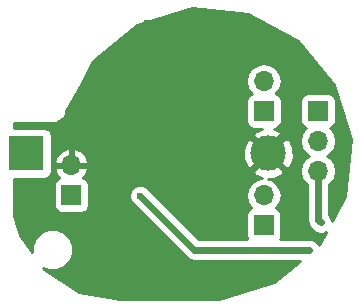
<source format=gbr>
G04 #@! TF.FileFunction,Copper,L2,Bot,Signal*
%FSLAX46Y46*%
G04 Gerber Fmt 4.6, Leading zero omitted, Abs format (unit mm)*
G04 Created by KiCad (PCBNEW 4.0.1-stable) date 2019/04/06 0:17:03*
%MOMM*%
G01*
G04 APERTURE LIST*
%ADD10C,0.100000*%
%ADD11R,1.700000X1.700000*%
%ADD12O,1.700000X1.700000*%
%ADD13C,3.000000*%
%ADD14R,3.000000X3.000000*%
%ADD15C,0.600000*%
%ADD16C,0.600000*%
%ADD17C,0.254000*%
G04 APERTURE END LIST*
D10*
D11*
X173200000Y-101400000D03*
D12*
X173200000Y-103940000D03*
X173200000Y-106480000D03*
D11*
X168600000Y-111100000D03*
D12*
X168600000Y-108560000D03*
D11*
X168625000Y-101400000D03*
D12*
X168600000Y-98860000D03*
D11*
X152300000Y-108525000D03*
D12*
X152300000Y-105985000D03*
D13*
X168991000Y-105004000D03*
D14*
X148501000Y-105004000D03*
D15*
X170650000Y-103000000D03*
X172050000Y-98200000D03*
X168750000Y-94800000D03*
X165600000Y-116250000D03*
X155300000Y-116600000D03*
X160650000Y-114600000D03*
X160900000Y-109500000D03*
X160800000Y-105000000D03*
X161650000Y-96850000D03*
X158750000Y-94000000D03*
X158700000Y-94950000D03*
X152550000Y-101750000D03*
X172469700Y-113202200D03*
X158119200Y-108584500D03*
X173426000Y-110850000D03*
D16*
X168991000Y-105004000D02*
X168991000Y-104659000D01*
X168991000Y-104659000D02*
X170650000Y-103000000D01*
X172050000Y-98200000D02*
X168750000Y-94900000D01*
X168750000Y-94900000D02*
X168750000Y-94800000D01*
X165600000Y-116250000D02*
X165550000Y-116300000D01*
X158650000Y-116600000D02*
X155300000Y-116600000D01*
X160650000Y-114600000D02*
X158650000Y-116600000D01*
X160900000Y-105100000D02*
X160900000Y-109500000D01*
X160800000Y-105000000D02*
X160900000Y-105100000D01*
X161600000Y-96850000D02*
X161650000Y-96850000D01*
X158750000Y-94000000D02*
X161600000Y-96850000D01*
X158700000Y-95600000D02*
X158700000Y-94950000D01*
X152550000Y-101750000D02*
X158700000Y-95600000D01*
X162736900Y-113202200D02*
X172469700Y-113202200D01*
X158119200Y-108584500D02*
X162736900Y-113202200D01*
X173200000Y-110624000D02*
X173200000Y-106480000D01*
X173426000Y-110850000D02*
X173200000Y-110624000D01*
D17*
G36*
X167289445Y-93192612D02*
X171534706Y-95465018D01*
X174587205Y-99189038D01*
X175982225Y-103797726D01*
X175507388Y-108589445D01*
X174361104Y-110730908D01*
X174361162Y-110664833D01*
X174219117Y-110321057D01*
X174135000Y-110236793D01*
X174135000Y-107626370D01*
X174279147Y-107530054D01*
X174601054Y-107048285D01*
X174714093Y-106480000D01*
X174601054Y-105911715D01*
X174279147Y-105429946D01*
X173949974Y-105210000D01*
X174279147Y-104990054D01*
X174601054Y-104508285D01*
X174714093Y-103940000D01*
X174601054Y-103371715D01*
X174279147Y-102889946D01*
X174237548Y-102862150D01*
X174285317Y-102853162D01*
X174501441Y-102714090D01*
X174646431Y-102501890D01*
X174697440Y-102250000D01*
X174697440Y-100550000D01*
X174653162Y-100314683D01*
X174514090Y-100098559D01*
X174301890Y-99953569D01*
X174050000Y-99902560D01*
X172350000Y-99902560D01*
X172114683Y-99946838D01*
X171898559Y-100085910D01*
X171753569Y-100298110D01*
X171702560Y-100550000D01*
X171702560Y-102250000D01*
X171746838Y-102485317D01*
X171885910Y-102701441D01*
X172098110Y-102846431D01*
X172165541Y-102860086D01*
X172120853Y-102889946D01*
X171798946Y-103371715D01*
X171685907Y-103940000D01*
X171798946Y-104508285D01*
X172120853Y-104990054D01*
X172450026Y-105210000D01*
X172120853Y-105429946D01*
X171798946Y-105911715D01*
X171685907Y-106480000D01*
X171798946Y-107048285D01*
X172120853Y-107530054D01*
X172265000Y-107626370D01*
X172265000Y-110624000D01*
X172336173Y-110981809D01*
X172538855Y-111285145D01*
X172764564Y-111510854D01*
X172895673Y-111642192D01*
X173239201Y-111784838D01*
X173611167Y-111785162D01*
X173849494Y-111686687D01*
X173288339Y-112735026D01*
X173262817Y-112673257D01*
X173000027Y-112410008D01*
X172656499Y-112267362D01*
X172284533Y-112267038D01*
X172284141Y-112267200D01*
X170001807Y-112267200D01*
X170046431Y-112201890D01*
X170097440Y-111950000D01*
X170097440Y-110250000D01*
X170053162Y-110014683D01*
X169914090Y-109798559D01*
X169701890Y-109653569D01*
X169634459Y-109639914D01*
X169679147Y-109610054D01*
X170001054Y-109128285D01*
X170114093Y-108560000D01*
X170001054Y-107991715D01*
X169679147Y-107509946D01*
X169197378Y-107188039D01*
X168956148Y-107140055D01*
X169456387Y-107130497D01*
X170165582Y-106836739D01*
X170325365Y-106517970D01*
X168991000Y-105183605D01*
X167656635Y-106517970D01*
X167816418Y-106836739D01*
X168473599Y-107094356D01*
X168002622Y-107188039D01*
X167520853Y-107509946D01*
X167198946Y-107991715D01*
X167085907Y-108560000D01*
X167198946Y-109128285D01*
X167520853Y-109610054D01*
X167562452Y-109637850D01*
X167514683Y-109646838D01*
X167298559Y-109785910D01*
X167153569Y-109998110D01*
X167102560Y-110250000D01*
X167102560Y-111950000D01*
X167146838Y-112185317D01*
X167199528Y-112267200D01*
X163124190Y-112267200D01*
X158780636Y-107923646D01*
X158649527Y-107792308D01*
X158305999Y-107649662D01*
X157934033Y-107649338D01*
X157590257Y-107791383D01*
X157327008Y-108054173D01*
X157184362Y-108397701D01*
X157184038Y-108769667D01*
X157326083Y-109113443D01*
X157588873Y-109376692D01*
X157589265Y-109376855D01*
X162075755Y-113863345D01*
X162379091Y-114066027D01*
X162736900Y-114137200D01*
X171645952Y-114137200D01*
X169510962Y-115887206D01*
X164838918Y-117301403D01*
X164603645Y-117321058D01*
X164598268Y-117320002D01*
X156462594Y-117339845D01*
X152949105Y-116706798D01*
X150010026Y-114818946D01*
X149935032Y-114710988D01*
X150353373Y-114884699D01*
X151043599Y-114885301D01*
X151681515Y-114621719D01*
X152170004Y-114134082D01*
X152434699Y-113496627D01*
X152435301Y-112806401D01*
X152171719Y-112168485D01*
X151684082Y-111679996D01*
X151046627Y-111415301D01*
X150356401Y-111414699D01*
X149718485Y-111678281D01*
X149229996Y-112165918D01*
X148965301Y-112803373D01*
X148964855Y-113314372D01*
X147996457Y-111920316D01*
X147484691Y-110341539D01*
X147477029Y-107675000D01*
X150802560Y-107675000D01*
X150802560Y-109375000D01*
X150846838Y-109610317D01*
X150985910Y-109826441D01*
X151198110Y-109971431D01*
X151450000Y-110022440D01*
X153150000Y-110022440D01*
X153385317Y-109978162D01*
X153601441Y-109839090D01*
X153746431Y-109626890D01*
X153797440Y-109375000D01*
X153797440Y-107675000D01*
X153753162Y-107439683D01*
X153614090Y-107223559D01*
X153401890Y-107078569D01*
X153293893Y-107056699D01*
X153571645Y-106751924D01*
X153741476Y-106341890D01*
X153620155Y-106112000D01*
X152427000Y-106112000D01*
X152427000Y-106132000D01*
X152173000Y-106132000D01*
X152173000Y-106112000D01*
X150979845Y-106112000D01*
X150858524Y-106341890D01*
X151028355Y-106751924D01*
X151304501Y-107054937D01*
X151214683Y-107071838D01*
X150998559Y-107210910D01*
X150853569Y-107423110D01*
X150802560Y-107675000D01*
X147477029Y-107675000D01*
X147475524Y-107151440D01*
X150001000Y-107151440D01*
X150236317Y-107107162D01*
X150452441Y-106968090D01*
X150597431Y-106755890D01*
X150648440Y-106504000D01*
X150648440Y-105628110D01*
X150858524Y-105628110D01*
X150979845Y-105858000D01*
X152173000Y-105858000D01*
X152173000Y-104664181D01*
X152427000Y-104664181D01*
X152427000Y-105858000D01*
X153620155Y-105858000D01*
X153741476Y-105628110D01*
X153571645Y-105218076D01*
X153181358Y-104789817D01*
X152820156Y-104620187D01*
X166848277Y-104620187D01*
X166864503Y-105469387D01*
X167158261Y-106178582D01*
X167477030Y-106338365D01*
X168811395Y-105004000D01*
X169170605Y-105004000D01*
X170504970Y-106338365D01*
X170823739Y-106178582D01*
X171133723Y-105387813D01*
X171117497Y-104538613D01*
X170823739Y-103829418D01*
X170504970Y-103669635D01*
X169170605Y-105004000D01*
X168811395Y-105004000D01*
X167477030Y-103669635D01*
X167158261Y-103829418D01*
X166848277Y-104620187D01*
X152820156Y-104620187D01*
X152656892Y-104543514D01*
X152427000Y-104664181D01*
X152173000Y-104664181D01*
X151943108Y-104543514D01*
X151418642Y-104789817D01*
X151028355Y-105218076D01*
X150858524Y-105628110D01*
X150648440Y-105628110D01*
X150648440Y-103504000D01*
X150604162Y-103268683D01*
X150465090Y-103052559D01*
X150252890Y-102907569D01*
X150001000Y-102856560D01*
X147463183Y-102856560D01*
X147462038Y-102458195D01*
X150691802Y-102449998D01*
X150766100Y-102435023D01*
X150841876Y-102433566D01*
X151040110Y-102390157D01*
X151040112Y-102390156D01*
X151040113Y-102390156D01*
X151159900Y-102337818D01*
X151293965Y-102279242D01*
X151293966Y-102279241D01*
X151293968Y-102279240D01*
X151460500Y-102163273D01*
X151519148Y-102102325D01*
X151652586Y-101963655D01*
X151762062Y-101792789D01*
X151831770Y-101614899D01*
X151863136Y-101534857D01*
X151881755Y-101430838D01*
X153257874Y-98860000D01*
X167085907Y-98860000D01*
X167198946Y-99428285D01*
X167520853Y-99910054D01*
X167567945Y-99941520D01*
X167539683Y-99946838D01*
X167323559Y-100085910D01*
X167178569Y-100298110D01*
X167127560Y-100550000D01*
X167127560Y-102250000D01*
X167171838Y-102485317D01*
X167310910Y-102701441D01*
X167523110Y-102846431D01*
X167775000Y-102897440D01*
X168477481Y-102897440D01*
X167816418Y-103171261D01*
X167656635Y-103490030D01*
X168991000Y-104824395D01*
X170325365Y-103490030D01*
X170165582Y-103171261D01*
X169467065Y-102897440D01*
X169475000Y-102897440D01*
X169710317Y-102853162D01*
X169926441Y-102714090D01*
X170071431Y-102501890D01*
X170122440Y-102250000D01*
X170122440Y-100550000D01*
X170078162Y-100314683D01*
X169939090Y-100098559D01*
X169726890Y-99953569D01*
X169640273Y-99936029D01*
X169679147Y-99910054D01*
X170001054Y-99428285D01*
X170114093Y-98860000D01*
X170001054Y-98291715D01*
X169679147Y-97809946D01*
X169197378Y-97488039D01*
X168629093Y-97375000D01*
X168570907Y-97375000D01*
X168002622Y-97488039D01*
X167520853Y-97809946D01*
X167198946Y-98291715D01*
X167085907Y-98860000D01*
X153257874Y-98860000D01*
X154165018Y-97165294D01*
X157889038Y-94112795D01*
X162497725Y-92717775D01*
X167289445Y-93192612D01*
X167289445Y-93192612D01*
G37*
X167289445Y-93192612D02*
X171534706Y-95465018D01*
X174587205Y-99189038D01*
X175982225Y-103797726D01*
X175507388Y-108589445D01*
X174361104Y-110730908D01*
X174361162Y-110664833D01*
X174219117Y-110321057D01*
X174135000Y-110236793D01*
X174135000Y-107626370D01*
X174279147Y-107530054D01*
X174601054Y-107048285D01*
X174714093Y-106480000D01*
X174601054Y-105911715D01*
X174279147Y-105429946D01*
X173949974Y-105210000D01*
X174279147Y-104990054D01*
X174601054Y-104508285D01*
X174714093Y-103940000D01*
X174601054Y-103371715D01*
X174279147Y-102889946D01*
X174237548Y-102862150D01*
X174285317Y-102853162D01*
X174501441Y-102714090D01*
X174646431Y-102501890D01*
X174697440Y-102250000D01*
X174697440Y-100550000D01*
X174653162Y-100314683D01*
X174514090Y-100098559D01*
X174301890Y-99953569D01*
X174050000Y-99902560D01*
X172350000Y-99902560D01*
X172114683Y-99946838D01*
X171898559Y-100085910D01*
X171753569Y-100298110D01*
X171702560Y-100550000D01*
X171702560Y-102250000D01*
X171746838Y-102485317D01*
X171885910Y-102701441D01*
X172098110Y-102846431D01*
X172165541Y-102860086D01*
X172120853Y-102889946D01*
X171798946Y-103371715D01*
X171685907Y-103940000D01*
X171798946Y-104508285D01*
X172120853Y-104990054D01*
X172450026Y-105210000D01*
X172120853Y-105429946D01*
X171798946Y-105911715D01*
X171685907Y-106480000D01*
X171798946Y-107048285D01*
X172120853Y-107530054D01*
X172265000Y-107626370D01*
X172265000Y-110624000D01*
X172336173Y-110981809D01*
X172538855Y-111285145D01*
X172764564Y-111510854D01*
X172895673Y-111642192D01*
X173239201Y-111784838D01*
X173611167Y-111785162D01*
X173849494Y-111686687D01*
X173288339Y-112735026D01*
X173262817Y-112673257D01*
X173000027Y-112410008D01*
X172656499Y-112267362D01*
X172284533Y-112267038D01*
X172284141Y-112267200D01*
X170001807Y-112267200D01*
X170046431Y-112201890D01*
X170097440Y-111950000D01*
X170097440Y-110250000D01*
X170053162Y-110014683D01*
X169914090Y-109798559D01*
X169701890Y-109653569D01*
X169634459Y-109639914D01*
X169679147Y-109610054D01*
X170001054Y-109128285D01*
X170114093Y-108560000D01*
X170001054Y-107991715D01*
X169679147Y-107509946D01*
X169197378Y-107188039D01*
X168956148Y-107140055D01*
X169456387Y-107130497D01*
X170165582Y-106836739D01*
X170325365Y-106517970D01*
X168991000Y-105183605D01*
X167656635Y-106517970D01*
X167816418Y-106836739D01*
X168473599Y-107094356D01*
X168002622Y-107188039D01*
X167520853Y-107509946D01*
X167198946Y-107991715D01*
X167085907Y-108560000D01*
X167198946Y-109128285D01*
X167520853Y-109610054D01*
X167562452Y-109637850D01*
X167514683Y-109646838D01*
X167298559Y-109785910D01*
X167153569Y-109998110D01*
X167102560Y-110250000D01*
X167102560Y-111950000D01*
X167146838Y-112185317D01*
X167199528Y-112267200D01*
X163124190Y-112267200D01*
X158780636Y-107923646D01*
X158649527Y-107792308D01*
X158305999Y-107649662D01*
X157934033Y-107649338D01*
X157590257Y-107791383D01*
X157327008Y-108054173D01*
X157184362Y-108397701D01*
X157184038Y-108769667D01*
X157326083Y-109113443D01*
X157588873Y-109376692D01*
X157589265Y-109376855D01*
X162075755Y-113863345D01*
X162379091Y-114066027D01*
X162736900Y-114137200D01*
X171645952Y-114137200D01*
X169510962Y-115887206D01*
X164838918Y-117301403D01*
X164603645Y-117321058D01*
X164598268Y-117320002D01*
X156462594Y-117339845D01*
X152949105Y-116706798D01*
X150010026Y-114818946D01*
X149935032Y-114710988D01*
X150353373Y-114884699D01*
X151043599Y-114885301D01*
X151681515Y-114621719D01*
X152170004Y-114134082D01*
X152434699Y-113496627D01*
X152435301Y-112806401D01*
X152171719Y-112168485D01*
X151684082Y-111679996D01*
X151046627Y-111415301D01*
X150356401Y-111414699D01*
X149718485Y-111678281D01*
X149229996Y-112165918D01*
X148965301Y-112803373D01*
X148964855Y-113314372D01*
X147996457Y-111920316D01*
X147484691Y-110341539D01*
X147477029Y-107675000D01*
X150802560Y-107675000D01*
X150802560Y-109375000D01*
X150846838Y-109610317D01*
X150985910Y-109826441D01*
X151198110Y-109971431D01*
X151450000Y-110022440D01*
X153150000Y-110022440D01*
X153385317Y-109978162D01*
X153601441Y-109839090D01*
X153746431Y-109626890D01*
X153797440Y-109375000D01*
X153797440Y-107675000D01*
X153753162Y-107439683D01*
X153614090Y-107223559D01*
X153401890Y-107078569D01*
X153293893Y-107056699D01*
X153571645Y-106751924D01*
X153741476Y-106341890D01*
X153620155Y-106112000D01*
X152427000Y-106112000D01*
X152427000Y-106132000D01*
X152173000Y-106132000D01*
X152173000Y-106112000D01*
X150979845Y-106112000D01*
X150858524Y-106341890D01*
X151028355Y-106751924D01*
X151304501Y-107054937D01*
X151214683Y-107071838D01*
X150998559Y-107210910D01*
X150853569Y-107423110D01*
X150802560Y-107675000D01*
X147477029Y-107675000D01*
X147475524Y-107151440D01*
X150001000Y-107151440D01*
X150236317Y-107107162D01*
X150452441Y-106968090D01*
X150597431Y-106755890D01*
X150648440Y-106504000D01*
X150648440Y-105628110D01*
X150858524Y-105628110D01*
X150979845Y-105858000D01*
X152173000Y-105858000D01*
X152173000Y-104664181D01*
X152427000Y-104664181D01*
X152427000Y-105858000D01*
X153620155Y-105858000D01*
X153741476Y-105628110D01*
X153571645Y-105218076D01*
X153181358Y-104789817D01*
X152820156Y-104620187D01*
X166848277Y-104620187D01*
X166864503Y-105469387D01*
X167158261Y-106178582D01*
X167477030Y-106338365D01*
X168811395Y-105004000D01*
X169170605Y-105004000D01*
X170504970Y-106338365D01*
X170823739Y-106178582D01*
X171133723Y-105387813D01*
X171117497Y-104538613D01*
X170823739Y-103829418D01*
X170504970Y-103669635D01*
X169170605Y-105004000D01*
X168811395Y-105004000D01*
X167477030Y-103669635D01*
X167158261Y-103829418D01*
X166848277Y-104620187D01*
X152820156Y-104620187D01*
X152656892Y-104543514D01*
X152427000Y-104664181D01*
X152173000Y-104664181D01*
X151943108Y-104543514D01*
X151418642Y-104789817D01*
X151028355Y-105218076D01*
X150858524Y-105628110D01*
X150648440Y-105628110D01*
X150648440Y-103504000D01*
X150604162Y-103268683D01*
X150465090Y-103052559D01*
X150252890Y-102907569D01*
X150001000Y-102856560D01*
X147463183Y-102856560D01*
X147462038Y-102458195D01*
X150691802Y-102449998D01*
X150766100Y-102435023D01*
X150841876Y-102433566D01*
X151040110Y-102390157D01*
X151040112Y-102390156D01*
X151040113Y-102390156D01*
X151159900Y-102337818D01*
X151293965Y-102279242D01*
X151293966Y-102279241D01*
X151293968Y-102279240D01*
X151460500Y-102163273D01*
X151519148Y-102102325D01*
X151652586Y-101963655D01*
X151762062Y-101792789D01*
X151831770Y-101614899D01*
X151863136Y-101534857D01*
X151881755Y-101430838D01*
X153257874Y-98860000D01*
X167085907Y-98860000D01*
X167198946Y-99428285D01*
X167520853Y-99910054D01*
X167567945Y-99941520D01*
X167539683Y-99946838D01*
X167323559Y-100085910D01*
X167178569Y-100298110D01*
X167127560Y-100550000D01*
X167127560Y-102250000D01*
X167171838Y-102485317D01*
X167310910Y-102701441D01*
X167523110Y-102846431D01*
X167775000Y-102897440D01*
X168477481Y-102897440D01*
X167816418Y-103171261D01*
X167656635Y-103490030D01*
X168991000Y-104824395D01*
X170325365Y-103490030D01*
X170165582Y-103171261D01*
X169467065Y-102897440D01*
X169475000Y-102897440D01*
X169710317Y-102853162D01*
X169926441Y-102714090D01*
X170071431Y-102501890D01*
X170122440Y-102250000D01*
X170122440Y-100550000D01*
X170078162Y-100314683D01*
X169939090Y-100098559D01*
X169726890Y-99953569D01*
X169640273Y-99936029D01*
X169679147Y-99910054D01*
X170001054Y-99428285D01*
X170114093Y-98860000D01*
X170001054Y-98291715D01*
X169679147Y-97809946D01*
X169197378Y-97488039D01*
X168629093Y-97375000D01*
X168570907Y-97375000D01*
X168002622Y-97488039D01*
X167520853Y-97809946D01*
X167198946Y-98291715D01*
X167085907Y-98860000D01*
X153257874Y-98860000D01*
X154165018Y-97165294D01*
X157889038Y-94112795D01*
X162497725Y-92717775D01*
X167289445Y-93192612D01*
M02*

</source>
